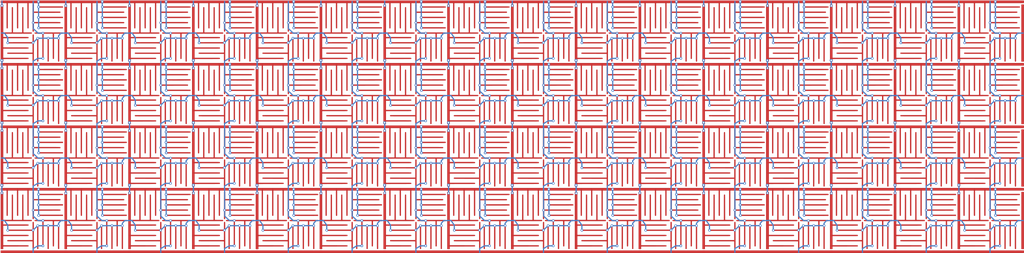
<source format=kicad_pcb>
(kicad_pcb (version 20211014) (generator pcbnew)
  (layers (0 "F.Cu" signal) (31 "B.Cu" signal) (34 "B.Paste" user) (35 "F.Paste" user) (36 "B.SilkS" user "B.Silkscreen") (37 "F.SilkS" user "F.Silkscreen") (38 "B.Mask" user) (39 "F.Mask" user) (44 "Edge.Cuts" user))
  (net 0 "")
  (footprint "ASMR_footprints:captouch_grid_4x16" (layer "F.Cu") (at 168.6 87.05)
    (fp_text reference "U1" hide)
    (fp_text value "captouch_8x32_grid" hide)
  )
)
</source>
